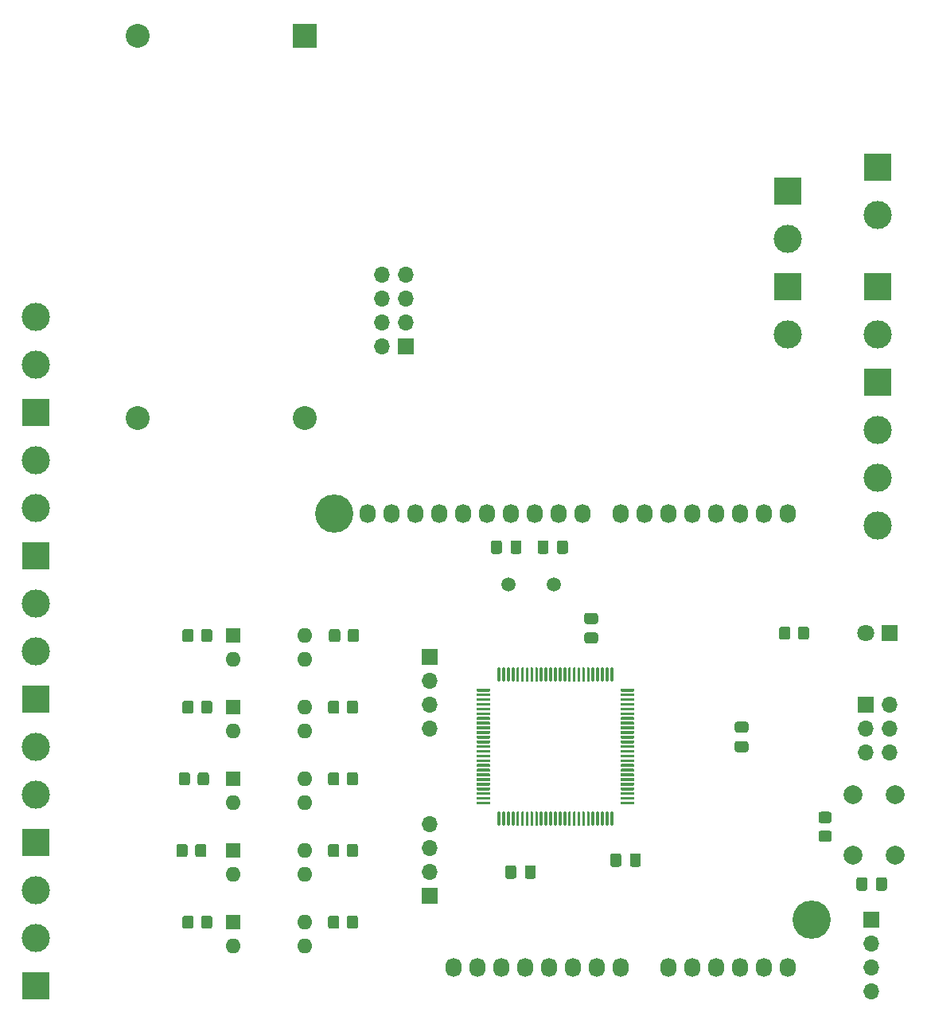
<source format=gbr>
%TF.GenerationSoftware,KiCad,Pcbnew,(5.1.12)-1*%
%TF.CreationDate,2022-07-12T11:00:18-05:00*%
%TF.ProjectId,mpe_v0.3,6d70655f-7630-42e3-932e-6b696361645f,rev?*%
%TF.SameCoordinates,Original*%
%TF.FileFunction,Soldermask,Top*%
%TF.FilePolarity,Negative*%
%FSLAX46Y46*%
G04 Gerber Fmt 4.6, Leading zero omitted, Abs format (unit mm)*
G04 Created by KiCad (PCBNEW (5.1.12)-1) date 2022-07-12 11:00:18*
%MOMM*%
%LPD*%
G01*
G04 APERTURE LIST*
%ADD10R,1.700000X1.700000*%
%ADD11O,1.700000X1.700000*%
%ADD12C,1.500000*%
%ADD13C,2.000000*%
%ADD14C,1.800000*%
%ADD15R,1.800000X1.800000*%
%ADD16R,2.540000X2.540000*%
%ADD17C,2.540000*%
%ADD18C,3.000000*%
%ADD19R,3.000000X3.000000*%
%ADD20O,1.600000X1.600000*%
%ADD21R,1.600000X1.600000*%
%ADD22O,1.727200X2.032000*%
%ADD23C,4.064000*%
G04 APERTURE END LIST*
%TO.C,C2*%
G36*
G01*
X157654500Y-112870000D02*
X157654500Y-111920000D01*
G75*
G02*
X157904500Y-111670000I250000J0D01*
G01*
X158579500Y-111670000D01*
G75*
G02*
X158829500Y-111920000I0J-250000D01*
G01*
X158829500Y-112870000D01*
G75*
G02*
X158579500Y-113120000I-250000J0D01*
G01*
X157904500Y-113120000D01*
G75*
G02*
X157654500Y-112870000I0J250000D01*
G01*
G37*
G36*
G01*
X155579500Y-112870000D02*
X155579500Y-111920000D01*
G75*
G02*
X155829500Y-111670000I250000J0D01*
G01*
X156504500Y-111670000D01*
G75*
G02*
X156754500Y-111920000I0J-250000D01*
G01*
X156754500Y-112870000D01*
G75*
G02*
X156504500Y-113120000I-250000J0D01*
G01*
X155829500Y-113120000D01*
G75*
G02*
X155579500Y-112870000I0J250000D01*
G01*
G37*
%TD*%
D10*
%TO.C,J16*%
X136398000Y-90805000D03*
D11*
X136398000Y-93345000D03*
X136398000Y-95885000D03*
X136398000Y-98425000D03*
%TD*%
%TO.C,J15*%
X136398000Y-108585000D03*
X136398000Y-111125000D03*
X136398000Y-113665000D03*
D10*
X136398000Y-116205000D03*
%TD*%
D12*
%TO.C,Y1*%
X149606000Y-83058000D03*
X144726000Y-83058000D03*
%TD*%
%TO.C,C8*%
G36*
G01*
X149007500Y-78646000D02*
X149007500Y-79596000D01*
G75*
G02*
X148757500Y-79846000I-250000J0D01*
G01*
X148082500Y-79846000D01*
G75*
G02*
X147832500Y-79596000I0J250000D01*
G01*
X147832500Y-78646000D01*
G75*
G02*
X148082500Y-78396000I250000J0D01*
G01*
X148757500Y-78396000D01*
G75*
G02*
X149007500Y-78646000I0J-250000D01*
G01*
G37*
G36*
G01*
X151082500Y-78646000D02*
X151082500Y-79596000D01*
G75*
G02*
X150832500Y-79846000I-250000J0D01*
G01*
X150157500Y-79846000D01*
G75*
G02*
X149907500Y-79596000I0J250000D01*
G01*
X149907500Y-78646000D01*
G75*
G02*
X150157500Y-78396000I250000J0D01*
G01*
X150832500Y-78396000D01*
G75*
G02*
X151082500Y-78646000I0J-250000D01*
G01*
G37*
%TD*%
%TO.C,C7*%
G36*
G01*
X144954500Y-79596000D02*
X144954500Y-78646000D01*
G75*
G02*
X145204500Y-78396000I250000J0D01*
G01*
X145879500Y-78396000D01*
G75*
G02*
X146129500Y-78646000I0J-250000D01*
G01*
X146129500Y-79596000D01*
G75*
G02*
X145879500Y-79846000I-250000J0D01*
G01*
X145204500Y-79846000D01*
G75*
G02*
X144954500Y-79596000I0J250000D01*
G01*
G37*
G36*
G01*
X142879500Y-79596000D02*
X142879500Y-78646000D01*
G75*
G02*
X143129500Y-78396000I250000J0D01*
G01*
X143804500Y-78396000D01*
G75*
G02*
X144054500Y-78646000I0J-250000D01*
G01*
X144054500Y-79596000D01*
G75*
G02*
X143804500Y-79846000I-250000J0D01*
G01*
X143129500Y-79846000D01*
G75*
G02*
X142879500Y-79596000I0J250000D01*
G01*
G37*
%TD*%
D11*
%TO.C,J11*%
X183388000Y-126365000D03*
X183388000Y-123825000D03*
X183388000Y-121285000D03*
D10*
X183388000Y-118745000D03*
%TD*%
%TO.C,C6*%
G36*
G01*
X169070000Y-99742500D02*
X170020000Y-99742500D01*
G75*
G02*
X170270000Y-99992500I0J-250000D01*
G01*
X170270000Y-100667500D01*
G75*
G02*
X170020000Y-100917500I-250000J0D01*
G01*
X169070000Y-100917500D01*
G75*
G02*
X168820000Y-100667500I0J250000D01*
G01*
X168820000Y-99992500D01*
G75*
G02*
X169070000Y-99742500I250000J0D01*
G01*
G37*
G36*
G01*
X169070000Y-97667500D02*
X170020000Y-97667500D01*
G75*
G02*
X170270000Y-97917500I0J-250000D01*
G01*
X170270000Y-98592500D01*
G75*
G02*
X170020000Y-98842500I-250000J0D01*
G01*
X169070000Y-98842500D01*
G75*
G02*
X168820000Y-98592500I0J250000D01*
G01*
X168820000Y-97917500D01*
G75*
G02*
X169070000Y-97667500I250000J0D01*
G01*
G37*
%TD*%
%TO.C,C5*%
G36*
G01*
X145578500Y-113190000D02*
X145578500Y-114140000D01*
G75*
G02*
X145328500Y-114390000I-250000J0D01*
G01*
X144653500Y-114390000D01*
G75*
G02*
X144403500Y-114140000I0J250000D01*
G01*
X144403500Y-113190000D01*
G75*
G02*
X144653500Y-112940000I250000J0D01*
G01*
X145328500Y-112940000D01*
G75*
G02*
X145578500Y-113190000I0J-250000D01*
G01*
G37*
G36*
G01*
X147653500Y-113190000D02*
X147653500Y-114140000D01*
G75*
G02*
X147403500Y-114390000I-250000J0D01*
G01*
X146728500Y-114390000D01*
G75*
G02*
X146478500Y-114140000I0J250000D01*
G01*
X146478500Y-113190000D01*
G75*
G02*
X146728500Y-112940000I250000J0D01*
G01*
X147403500Y-112940000D01*
G75*
G02*
X147653500Y-113190000I0J-250000D01*
G01*
G37*
%TD*%
%TO.C,C4*%
G36*
G01*
X153068000Y-86110500D02*
X154018000Y-86110500D01*
G75*
G02*
X154268000Y-86360500I0J-250000D01*
G01*
X154268000Y-87035500D01*
G75*
G02*
X154018000Y-87285500I-250000J0D01*
G01*
X153068000Y-87285500D01*
G75*
G02*
X152818000Y-87035500I0J250000D01*
G01*
X152818000Y-86360500D01*
G75*
G02*
X153068000Y-86110500I250000J0D01*
G01*
G37*
G36*
G01*
X153068000Y-88185500D02*
X154018000Y-88185500D01*
G75*
G02*
X154268000Y-88435500I0J-250000D01*
G01*
X154268000Y-89110500D01*
G75*
G02*
X154018000Y-89360500I-250000J0D01*
G01*
X153068000Y-89360500D01*
G75*
G02*
X152818000Y-89110500I0J250000D01*
G01*
X152818000Y-88435500D01*
G75*
G02*
X153068000Y-88185500I250000J0D01*
G01*
G37*
%TD*%
D13*
%TO.C,SW1*%
X185928000Y-111910000D03*
X181428000Y-111910000D03*
X185928000Y-105410000D03*
X181428000Y-105410000D03*
%TD*%
%TO.C,R12*%
G36*
G01*
X178885001Y-108455000D02*
X177984999Y-108455000D01*
G75*
G02*
X177735000Y-108205001I0J249999D01*
G01*
X177735000Y-107504999D01*
G75*
G02*
X177984999Y-107255000I249999J0D01*
G01*
X178885001Y-107255000D01*
G75*
G02*
X179135000Y-107504999I0J-249999D01*
G01*
X179135000Y-108205001D01*
G75*
G02*
X178885001Y-108455000I-249999J0D01*
G01*
G37*
G36*
G01*
X178885001Y-110455000D02*
X177984999Y-110455000D01*
G75*
G02*
X177735000Y-110205001I0J249999D01*
G01*
X177735000Y-109504999D01*
G75*
G02*
X177984999Y-109255000I249999J0D01*
G01*
X178885001Y-109255000D01*
G75*
G02*
X179135000Y-109504999I0J-249999D01*
G01*
X179135000Y-110205001D01*
G75*
G02*
X178885001Y-110455000I-249999J0D01*
G01*
G37*
%TD*%
%TO.C,C1*%
G36*
G01*
X183838000Y-115410000D02*
X183838000Y-114460000D01*
G75*
G02*
X184088000Y-114210000I250000J0D01*
G01*
X184763000Y-114210000D01*
G75*
G02*
X185013000Y-114460000I0J-250000D01*
G01*
X185013000Y-115410000D01*
G75*
G02*
X184763000Y-115660000I-250000J0D01*
G01*
X184088000Y-115660000D01*
G75*
G02*
X183838000Y-115410000I0J250000D01*
G01*
G37*
G36*
G01*
X181763000Y-115410000D02*
X181763000Y-114460000D01*
G75*
G02*
X182013000Y-114210000I250000J0D01*
G01*
X182688000Y-114210000D01*
G75*
G02*
X182938000Y-114460000I0J-250000D01*
G01*
X182938000Y-115410000D01*
G75*
G02*
X182688000Y-115660000I-250000J0D01*
G01*
X182013000Y-115660000D01*
G75*
G02*
X181763000Y-115410000I0J250000D01*
G01*
G37*
%TD*%
%TO.C,R11*%
G36*
G01*
X174733000Y-87814999D02*
X174733000Y-88715001D01*
G75*
G02*
X174483001Y-88965000I-249999J0D01*
G01*
X173782999Y-88965000D01*
G75*
G02*
X173533000Y-88715001I0J249999D01*
G01*
X173533000Y-87814999D01*
G75*
G02*
X173782999Y-87565000I249999J0D01*
G01*
X174483001Y-87565000D01*
G75*
G02*
X174733000Y-87814999I0J-249999D01*
G01*
G37*
G36*
G01*
X176733000Y-87814999D02*
X176733000Y-88715001D01*
G75*
G02*
X176483001Y-88965000I-249999J0D01*
G01*
X175782999Y-88965000D01*
G75*
G02*
X175533000Y-88715001I0J249999D01*
G01*
X175533000Y-87814999D01*
G75*
G02*
X175782999Y-87565000I249999J0D01*
G01*
X176483001Y-87565000D01*
G75*
G02*
X176733000Y-87814999I0J-249999D01*
G01*
G37*
%TD*%
D14*
%TO.C,D1*%
X182753000Y-88265000D03*
D15*
X185293000Y-88265000D03*
%TD*%
%TO.C,U1*%
G36*
G01*
X155883000Y-107330000D02*
X155883000Y-108655000D01*
G75*
G02*
X155808000Y-108730000I-75000J0D01*
G01*
X155658000Y-108730000D01*
G75*
G02*
X155583000Y-108655000I0J75000D01*
G01*
X155583000Y-107330000D01*
G75*
G02*
X155658000Y-107255000I75000J0D01*
G01*
X155808000Y-107255000D01*
G75*
G02*
X155883000Y-107330000I0J-75000D01*
G01*
G37*
G36*
G01*
X155383000Y-107330000D02*
X155383000Y-108655000D01*
G75*
G02*
X155308000Y-108730000I-75000J0D01*
G01*
X155158000Y-108730000D01*
G75*
G02*
X155083000Y-108655000I0J75000D01*
G01*
X155083000Y-107330000D01*
G75*
G02*
X155158000Y-107255000I75000J0D01*
G01*
X155308000Y-107255000D01*
G75*
G02*
X155383000Y-107330000I0J-75000D01*
G01*
G37*
G36*
G01*
X154883000Y-107330000D02*
X154883000Y-108655000D01*
G75*
G02*
X154808000Y-108730000I-75000J0D01*
G01*
X154658000Y-108730000D01*
G75*
G02*
X154583000Y-108655000I0J75000D01*
G01*
X154583000Y-107330000D01*
G75*
G02*
X154658000Y-107255000I75000J0D01*
G01*
X154808000Y-107255000D01*
G75*
G02*
X154883000Y-107330000I0J-75000D01*
G01*
G37*
G36*
G01*
X154383000Y-107330000D02*
X154383000Y-108655000D01*
G75*
G02*
X154308000Y-108730000I-75000J0D01*
G01*
X154158000Y-108730000D01*
G75*
G02*
X154083000Y-108655000I0J75000D01*
G01*
X154083000Y-107330000D01*
G75*
G02*
X154158000Y-107255000I75000J0D01*
G01*
X154308000Y-107255000D01*
G75*
G02*
X154383000Y-107330000I0J-75000D01*
G01*
G37*
G36*
G01*
X153883000Y-107330000D02*
X153883000Y-108655000D01*
G75*
G02*
X153808000Y-108730000I-75000J0D01*
G01*
X153658000Y-108730000D01*
G75*
G02*
X153583000Y-108655000I0J75000D01*
G01*
X153583000Y-107330000D01*
G75*
G02*
X153658000Y-107255000I75000J0D01*
G01*
X153808000Y-107255000D01*
G75*
G02*
X153883000Y-107330000I0J-75000D01*
G01*
G37*
G36*
G01*
X153383000Y-107330000D02*
X153383000Y-108655000D01*
G75*
G02*
X153308000Y-108730000I-75000J0D01*
G01*
X153158000Y-108730000D01*
G75*
G02*
X153083000Y-108655000I0J75000D01*
G01*
X153083000Y-107330000D01*
G75*
G02*
X153158000Y-107255000I75000J0D01*
G01*
X153308000Y-107255000D01*
G75*
G02*
X153383000Y-107330000I0J-75000D01*
G01*
G37*
G36*
G01*
X152883000Y-107330000D02*
X152883000Y-108655000D01*
G75*
G02*
X152808000Y-108730000I-75000J0D01*
G01*
X152658000Y-108730000D01*
G75*
G02*
X152583000Y-108655000I0J75000D01*
G01*
X152583000Y-107330000D01*
G75*
G02*
X152658000Y-107255000I75000J0D01*
G01*
X152808000Y-107255000D01*
G75*
G02*
X152883000Y-107330000I0J-75000D01*
G01*
G37*
G36*
G01*
X152383000Y-107330000D02*
X152383000Y-108655000D01*
G75*
G02*
X152308000Y-108730000I-75000J0D01*
G01*
X152158000Y-108730000D01*
G75*
G02*
X152083000Y-108655000I0J75000D01*
G01*
X152083000Y-107330000D01*
G75*
G02*
X152158000Y-107255000I75000J0D01*
G01*
X152308000Y-107255000D01*
G75*
G02*
X152383000Y-107330000I0J-75000D01*
G01*
G37*
G36*
G01*
X151883000Y-107330000D02*
X151883000Y-108655000D01*
G75*
G02*
X151808000Y-108730000I-75000J0D01*
G01*
X151658000Y-108730000D01*
G75*
G02*
X151583000Y-108655000I0J75000D01*
G01*
X151583000Y-107330000D01*
G75*
G02*
X151658000Y-107255000I75000J0D01*
G01*
X151808000Y-107255000D01*
G75*
G02*
X151883000Y-107330000I0J-75000D01*
G01*
G37*
G36*
G01*
X151383000Y-107330000D02*
X151383000Y-108655000D01*
G75*
G02*
X151308000Y-108730000I-75000J0D01*
G01*
X151158000Y-108730000D01*
G75*
G02*
X151083000Y-108655000I0J75000D01*
G01*
X151083000Y-107330000D01*
G75*
G02*
X151158000Y-107255000I75000J0D01*
G01*
X151308000Y-107255000D01*
G75*
G02*
X151383000Y-107330000I0J-75000D01*
G01*
G37*
G36*
G01*
X150883000Y-107330000D02*
X150883000Y-108655000D01*
G75*
G02*
X150808000Y-108730000I-75000J0D01*
G01*
X150658000Y-108730000D01*
G75*
G02*
X150583000Y-108655000I0J75000D01*
G01*
X150583000Y-107330000D01*
G75*
G02*
X150658000Y-107255000I75000J0D01*
G01*
X150808000Y-107255000D01*
G75*
G02*
X150883000Y-107330000I0J-75000D01*
G01*
G37*
G36*
G01*
X150383000Y-107330000D02*
X150383000Y-108655000D01*
G75*
G02*
X150308000Y-108730000I-75000J0D01*
G01*
X150158000Y-108730000D01*
G75*
G02*
X150083000Y-108655000I0J75000D01*
G01*
X150083000Y-107330000D01*
G75*
G02*
X150158000Y-107255000I75000J0D01*
G01*
X150308000Y-107255000D01*
G75*
G02*
X150383000Y-107330000I0J-75000D01*
G01*
G37*
G36*
G01*
X149883000Y-107330000D02*
X149883000Y-108655000D01*
G75*
G02*
X149808000Y-108730000I-75000J0D01*
G01*
X149658000Y-108730000D01*
G75*
G02*
X149583000Y-108655000I0J75000D01*
G01*
X149583000Y-107330000D01*
G75*
G02*
X149658000Y-107255000I75000J0D01*
G01*
X149808000Y-107255000D01*
G75*
G02*
X149883000Y-107330000I0J-75000D01*
G01*
G37*
G36*
G01*
X149383000Y-107330000D02*
X149383000Y-108655000D01*
G75*
G02*
X149308000Y-108730000I-75000J0D01*
G01*
X149158000Y-108730000D01*
G75*
G02*
X149083000Y-108655000I0J75000D01*
G01*
X149083000Y-107330000D01*
G75*
G02*
X149158000Y-107255000I75000J0D01*
G01*
X149308000Y-107255000D01*
G75*
G02*
X149383000Y-107330000I0J-75000D01*
G01*
G37*
G36*
G01*
X148883000Y-107330000D02*
X148883000Y-108655000D01*
G75*
G02*
X148808000Y-108730000I-75000J0D01*
G01*
X148658000Y-108730000D01*
G75*
G02*
X148583000Y-108655000I0J75000D01*
G01*
X148583000Y-107330000D01*
G75*
G02*
X148658000Y-107255000I75000J0D01*
G01*
X148808000Y-107255000D01*
G75*
G02*
X148883000Y-107330000I0J-75000D01*
G01*
G37*
G36*
G01*
X148383000Y-107330000D02*
X148383000Y-108655000D01*
G75*
G02*
X148308000Y-108730000I-75000J0D01*
G01*
X148158000Y-108730000D01*
G75*
G02*
X148083000Y-108655000I0J75000D01*
G01*
X148083000Y-107330000D01*
G75*
G02*
X148158000Y-107255000I75000J0D01*
G01*
X148308000Y-107255000D01*
G75*
G02*
X148383000Y-107330000I0J-75000D01*
G01*
G37*
G36*
G01*
X147883000Y-107330000D02*
X147883000Y-108655000D01*
G75*
G02*
X147808000Y-108730000I-75000J0D01*
G01*
X147658000Y-108730000D01*
G75*
G02*
X147583000Y-108655000I0J75000D01*
G01*
X147583000Y-107330000D01*
G75*
G02*
X147658000Y-107255000I75000J0D01*
G01*
X147808000Y-107255000D01*
G75*
G02*
X147883000Y-107330000I0J-75000D01*
G01*
G37*
G36*
G01*
X147383000Y-107330000D02*
X147383000Y-108655000D01*
G75*
G02*
X147308000Y-108730000I-75000J0D01*
G01*
X147158000Y-108730000D01*
G75*
G02*
X147083000Y-108655000I0J75000D01*
G01*
X147083000Y-107330000D01*
G75*
G02*
X147158000Y-107255000I75000J0D01*
G01*
X147308000Y-107255000D01*
G75*
G02*
X147383000Y-107330000I0J-75000D01*
G01*
G37*
G36*
G01*
X146883000Y-107330000D02*
X146883000Y-108655000D01*
G75*
G02*
X146808000Y-108730000I-75000J0D01*
G01*
X146658000Y-108730000D01*
G75*
G02*
X146583000Y-108655000I0J75000D01*
G01*
X146583000Y-107330000D01*
G75*
G02*
X146658000Y-107255000I75000J0D01*
G01*
X146808000Y-107255000D01*
G75*
G02*
X146883000Y-107330000I0J-75000D01*
G01*
G37*
G36*
G01*
X146383000Y-107330000D02*
X146383000Y-108655000D01*
G75*
G02*
X146308000Y-108730000I-75000J0D01*
G01*
X146158000Y-108730000D01*
G75*
G02*
X146083000Y-108655000I0J75000D01*
G01*
X146083000Y-107330000D01*
G75*
G02*
X146158000Y-107255000I75000J0D01*
G01*
X146308000Y-107255000D01*
G75*
G02*
X146383000Y-107330000I0J-75000D01*
G01*
G37*
G36*
G01*
X145883000Y-107330000D02*
X145883000Y-108655000D01*
G75*
G02*
X145808000Y-108730000I-75000J0D01*
G01*
X145658000Y-108730000D01*
G75*
G02*
X145583000Y-108655000I0J75000D01*
G01*
X145583000Y-107330000D01*
G75*
G02*
X145658000Y-107255000I75000J0D01*
G01*
X145808000Y-107255000D01*
G75*
G02*
X145883000Y-107330000I0J-75000D01*
G01*
G37*
G36*
G01*
X145383000Y-107330000D02*
X145383000Y-108655000D01*
G75*
G02*
X145308000Y-108730000I-75000J0D01*
G01*
X145158000Y-108730000D01*
G75*
G02*
X145083000Y-108655000I0J75000D01*
G01*
X145083000Y-107330000D01*
G75*
G02*
X145158000Y-107255000I75000J0D01*
G01*
X145308000Y-107255000D01*
G75*
G02*
X145383000Y-107330000I0J-75000D01*
G01*
G37*
G36*
G01*
X144883000Y-107330000D02*
X144883000Y-108655000D01*
G75*
G02*
X144808000Y-108730000I-75000J0D01*
G01*
X144658000Y-108730000D01*
G75*
G02*
X144583000Y-108655000I0J75000D01*
G01*
X144583000Y-107330000D01*
G75*
G02*
X144658000Y-107255000I75000J0D01*
G01*
X144808000Y-107255000D01*
G75*
G02*
X144883000Y-107330000I0J-75000D01*
G01*
G37*
G36*
G01*
X144383000Y-107330000D02*
X144383000Y-108655000D01*
G75*
G02*
X144308000Y-108730000I-75000J0D01*
G01*
X144158000Y-108730000D01*
G75*
G02*
X144083000Y-108655000I0J75000D01*
G01*
X144083000Y-107330000D01*
G75*
G02*
X144158000Y-107255000I75000J0D01*
G01*
X144308000Y-107255000D01*
G75*
G02*
X144383000Y-107330000I0J-75000D01*
G01*
G37*
G36*
G01*
X143883000Y-107330000D02*
X143883000Y-108655000D01*
G75*
G02*
X143808000Y-108730000I-75000J0D01*
G01*
X143658000Y-108730000D01*
G75*
G02*
X143583000Y-108655000I0J75000D01*
G01*
X143583000Y-107330000D01*
G75*
G02*
X143658000Y-107255000I75000J0D01*
G01*
X143808000Y-107255000D01*
G75*
G02*
X143883000Y-107330000I0J-75000D01*
G01*
G37*
G36*
G01*
X142808000Y-106255000D02*
X142808000Y-106405000D01*
G75*
G02*
X142733000Y-106480000I-75000J0D01*
G01*
X141408000Y-106480000D01*
G75*
G02*
X141333000Y-106405000I0J75000D01*
G01*
X141333000Y-106255000D01*
G75*
G02*
X141408000Y-106180000I75000J0D01*
G01*
X142733000Y-106180000D01*
G75*
G02*
X142808000Y-106255000I0J-75000D01*
G01*
G37*
G36*
G01*
X142808000Y-105755000D02*
X142808000Y-105905000D01*
G75*
G02*
X142733000Y-105980000I-75000J0D01*
G01*
X141408000Y-105980000D01*
G75*
G02*
X141333000Y-105905000I0J75000D01*
G01*
X141333000Y-105755000D01*
G75*
G02*
X141408000Y-105680000I75000J0D01*
G01*
X142733000Y-105680000D01*
G75*
G02*
X142808000Y-105755000I0J-75000D01*
G01*
G37*
G36*
G01*
X142808000Y-105255000D02*
X142808000Y-105405000D01*
G75*
G02*
X142733000Y-105480000I-75000J0D01*
G01*
X141408000Y-105480000D01*
G75*
G02*
X141333000Y-105405000I0J75000D01*
G01*
X141333000Y-105255000D01*
G75*
G02*
X141408000Y-105180000I75000J0D01*
G01*
X142733000Y-105180000D01*
G75*
G02*
X142808000Y-105255000I0J-75000D01*
G01*
G37*
G36*
G01*
X142808000Y-104755000D02*
X142808000Y-104905000D01*
G75*
G02*
X142733000Y-104980000I-75000J0D01*
G01*
X141408000Y-104980000D01*
G75*
G02*
X141333000Y-104905000I0J75000D01*
G01*
X141333000Y-104755000D01*
G75*
G02*
X141408000Y-104680000I75000J0D01*
G01*
X142733000Y-104680000D01*
G75*
G02*
X142808000Y-104755000I0J-75000D01*
G01*
G37*
G36*
G01*
X142808000Y-104255000D02*
X142808000Y-104405000D01*
G75*
G02*
X142733000Y-104480000I-75000J0D01*
G01*
X141408000Y-104480000D01*
G75*
G02*
X141333000Y-104405000I0J75000D01*
G01*
X141333000Y-104255000D01*
G75*
G02*
X141408000Y-104180000I75000J0D01*
G01*
X142733000Y-104180000D01*
G75*
G02*
X142808000Y-104255000I0J-75000D01*
G01*
G37*
G36*
G01*
X142808000Y-103755000D02*
X142808000Y-103905000D01*
G75*
G02*
X142733000Y-103980000I-75000J0D01*
G01*
X141408000Y-103980000D01*
G75*
G02*
X141333000Y-103905000I0J75000D01*
G01*
X141333000Y-103755000D01*
G75*
G02*
X141408000Y-103680000I75000J0D01*
G01*
X142733000Y-103680000D01*
G75*
G02*
X142808000Y-103755000I0J-75000D01*
G01*
G37*
G36*
G01*
X142808000Y-103255000D02*
X142808000Y-103405000D01*
G75*
G02*
X142733000Y-103480000I-75000J0D01*
G01*
X141408000Y-103480000D01*
G75*
G02*
X141333000Y-103405000I0J75000D01*
G01*
X141333000Y-103255000D01*
G75*
G02*
X141408000Y-103180000I75000J0D01*
G01*
X142733000Y-103180000D01*
G75*
G02*
X142808000Y-103255000I0J-75000D01*
G01*
G37*
G36*
G01*
X142808000Y-102755000D02*
X142808000Y-102905000D01*
G75*
G02*
X142733000Y-102980000I-75000J0D01*
G01*
X141408000Y-102980000D01*
G75*
G02*
X141333000Y-102905000I0J75000D01*
G01*
X141333000Y-102755000D01*
G75*
G02*
X141408000Y-102680000I75000J0D01*
G01*
X142733000Y-102680000D01*
G75*
G02*
X142808000Y-102755000I0J-75000D01*
G01*
G37*
G36*
G01*
X142808000Y-102255000D02*
X142808000Y-102405000D01*
G75*
G02*
X142733000Y-102480000I-75000J0D01*
G01*
X141408000Y-102480000D01*
G75*
G02*
X141333000Y-102405000I0J75000D01*
G01*
X141333000Y-102255000D01*
G75*
G02*
X141408000Y-102180000I75000J0D01*
G01*
X142733000Y-102180000D01*
G75*
G02*
X142808000Y-102255000I0J-75000D01*
G01*
G37*
G36*
G01*
X142808000Y-101755000D02*
X142808000Y-101905000D01*
G75*
G02*
X142733000Y-101980000I-75000J0D01*
G01*
X141408000Y-101980000D01*
G75*
G02*
X141333000Y-101905000I0J75000D01*
G01*
X141333000Y-101755000D01*
G75*
G02*
X141408000Y-101680000I75000J0D01*
G01*
X142733000Y-101680000D01*
G75*
G02*
X142808000Y-101755000I0J-75000D01*
G01*
G37*
G36*
G01*
X142808000Y-101255000D02*
X142808000Y-101405000D01*
G75*
G02*
X142733000Y-101480000I-75000J0D01*
G01*
X141408000Y-101480000D01*
G75*
G02*
X141333000Y-101405000I0J75000D01*
G01*
X141333000Y-101255000D01*
G75*
G02*
X141408000Y-101180000I75000J0D01*
G01*
X142733000Y-101180000D01*
G75*
G02*
X142808000Y-101255000I0J-75000D01*
G01*
G37*
G36*
G01*
X142808000Y-100755000D02*
X142808000Y-100905000D01*
G75*
G02*
X142733000Y-100980000I-75000J0D01*
G01*
X141408000Y-100980000D01*
G75*
G02*
X141333000Y-100905000I0J75000D01*
G01*
X141333000Y-100755000D01*
G75*
G02*
X141408000Y-100680000I75000J0D01*
G01*
X142733000Y-100680000D01*
G75*
G02*
X142808000Y-100755000I0J-75000D01*
G01*
G37*
G36*
G01*
X142808000Y-100255000D02*
X142808000Y-100405000D01*
G75*
G02*
X142733000Y-100480000I-75000J0D01*
G01*
X141408000Y-100480000D01*
G75*
G02*
X141333000Y-100405000I0J75000D01*
G01*
X141333000Y-100255000D01*
G75*
G02*
X141408000Y-100180000I75000J0D01*
G01*
X142733000Y-100180000D01*
G75*
G02*
X142808000Y-100255000I0J-75000D01*
G01*
G37*
G36*
G01*
X142808000Y-99755000D02*
X142808000Y-99905000D01*
G75*
G02*
X142733000Y-99980000I-75000J0D01*
G01*
X141408000Y-99980000D01*
G75*
G02*
X141333000Y-99905000I0J75000D01*
G01*
X141333000Y-99755000D01*
G75*
G02*
X141408000Y-99680000I75000J0D01*
G01*
X142733000Y-99680000D01*
G75*
G02*
X142808000Y-99755000I0J-75000D01*
G01*
G37*
G36*
G01*
X142808000Y-99255000D02*
X142808000Y-99405000D01*
G75*
G02*
X142733000Y-99480000I-75000J0D01*
G01*
X141408000Y-99480000D01*
G75*
G02*
X141333000Y-99405000I0J75000D01*
G01*
X141333000Y-99255000D01*
G75*
G02*
X141408000Y-99180000I75000J0D01*
G01*
X142733000Y-99180000D01*
G75*
G02*
X142808000Y-99255000I0J-75000D01*
G01*
G37*
G36*
G01*
X142808000Y-98755000D02*
X142808000Y-98905000D01*
G75*
G02*
X142733000Y-98980000I-75000J0D01*
G01*
X141408000Y-98980000D01*
G75*
G02*
X141333000Y-98905000I0J75000D01*
G01*
X141333000Y-98755000D01*
G75*
G02*
X141408000Y-98680000I75000J0D01*
G01*
X142733000Y-98680000D01*
G75*
G02*
X142808000Y-98755000I0J-75000D01*
G01*
G37*
G36*
G01*
X142808000Y-98255000D02*
X142808000Y-98405000D01*
G75*
G02*
X142733000Y-98480000I-75000J0D01*
G01*
X141408000Y-98480000D01*
G75*
G02*
X141333000Y-98405000I0J75000D01*
G01*
X141333000Y-98255000D01*
G75*
G02*
X141408000Y-98180000I75000J0D01*
G01*
X142733000Y-98180000D01*
G75*
G02*
X142808000Y-98255000I0J-75000D01*
G01*
G37*
G36*
G01*
X142808000Y-97755000D02*
X142808000Y-97905000D01*
G75*
G02*
X142733000Y-97980000I-75000J0D01*
G01*
X141408000Y-97980000D01*
G75*
G02*
X141333000Y-97905000I0J75000D01*
G01*
X141333000Y-97755000D01*
G75*
G02*
X141408000Y-97680000I75000J0D01*
G01*
X142733000Y-97680000D01*
G75*
G02*
X142808000Y-97755000I0J-75000D01*
G01*
G37*
G36*
G01*
X142808000Y-97255000D02*
X142808000Y-97405000D01*
G75*
G02*
X142733000Y-97480000I-75000J0D01*
G01*
X141408000Y-97480000D01*
G75*
G02*
X141333000Y-97405000I0J75000D01*
G01*
X141333000Y-97255000D01*
G75*
G02*
X141408000Y-97180000I75000J0D01*
G01*
X142733000Y-97180000D01*
G75*
G02*
X142808000Y-97255000I0J-75000D01*
G01*
G37*
G36*
G01*
X142808000Y-96755000D02*
X142808000Y-96905000D01*
G75*
G02*
X142733000Y-96980000I-75000J0D01*
G01*
X141408000Y-96980000D01*
G75*
G02*
X141333000Y-96905000I0J75000D01*
G01*
X141333000Y-96755000D01*
G75*
G02*
X141408000Y-96680000I75000J0D01*
G01*
X142733000Y-96680000D01*
G75*
G02*
X142808000Y-96755000I0J-75000D01*
G01*
G37*
G36*
G01*
X142808000Y-96255000D02*
X142808000Y-96405000D01*
G75*
G02*
X142733000Y-96480000I-75000J0D01*
G01*
X141408000Y-96480000D01*
G75*
G02*
X141333000Y-96405000I0J75000D01*
G01*
X141333000Y-96255000D01*
G75*
G02*
X141408000Y-96180000I75000J0D01*
G01*
X142733000Y-96180000D01*
G75*
G02*
X142808000Y-96255000I0J-75000D01*
G01*
G37*
G36*
G01*
X142808000Y-95755000D02*
X142808000Y-95905000D01*
G75*
G02*
X142733000Y-95980000I-75000J0D01*
G01*
X141408000Y-95980000D01*
G75*
G02*
X141333000Y-95905000I0J75000D01*
G01*
X141333000Y-95755000D01*
G75*
G02*
X141408000Y-95680000I75000J0D01*
G01*
X142733000Y-95680000D01*
G75*
G02*
X142808000Y-95755000I0J-75000D01*
G01*
G37*
G36*
G01*
X142808000Y-95255000D02*
X142808000Y-95405000D01*
G75*
G02*
X142733000Y-95480000I-75000J0D01*
G01*
X141408000Y-95480000D01*
G75*
G02*
X141333000Y-95405000I0J75000D01*
G01*
X141333000Y-95255000D01*
G75*
G02*
X141408000Y-95180000I75000J0D01*
G01*
X142733000Y-95180000D01*
G75*
G02*
X142808000Y-95255000I0J-75000D01*
G01*
G37*
G36*
G01*
X142808000Y-94755000D02*
X142808000Y-94905000D01*
G75*
G02*
X142733000Y-94980000I-75000J0D01*
G01*
X141408000Y-94980000D01*
G75*
G02*
X141333000Y-94905000I0J75000D01*
G01*
X141333000Y-94755000D01*
G75*
G02*
X141408000Y-94680000I75000J0D01*
G01*
X142733000Y-94680000D01*
G75*
G02*
X142808000Y-94755000I0J-75000D01*
G01*
G37*
G36*
G01*
X142808000Y-94255000D02*
X142808000Y-94405000D01*
G75*
G02*
X142733000Y-94480000I-75000J0D01*
G01*
X141408000Y-94480000D01*
G75*
G02*
X141333000Y-94405000I0J75000D01*
G01*
X141333000Y-94255000D01*
G75*
G02*
X141408000Y-94180000I75000J0D01*
G01*
X142733000Y-94180000D01*
G75*
G02*
X142808000Y-94255000I0J-75000D01*
G01*
G37*
G36*
G01*
X143883000Y-92005000D02*
X143883000Y-93330000D01*
G75*
G02*
X143808000Y-93405000I-75000J0D01*
G01*
X143658000Y-93405000D01*
G75*
G02*
X143583000Y-93330000I0J75000D01*
G01*
X143583000Y-92005000D01*
G75*
G02*
X143658000Y-91930000I75000J0D01*
G01*
X143808000Y-91930000D01*
G75*
G02*
X143883000Y-92005000I0J-75000D01*
G01*
G37*
G36*
G01*
X144383000Y-92005000D02*
X144383000Y-93330000D01*
G75*
G02*
X144308000Y-93405000I-75000J0D01*
G01*
X144158000Y-93405000D01*
G75*
G02*
X144083000Y-93330000I0J75000D01*
G01*
X144083000Y-92005000D01*
G75*
G02*
X144158000Y-91930000I75000J0D01*
G01*
X144308000Y-91930000D01*
G75*
G02*
X144383000Y-92005000I0J-75000D01*
G01*
G37*
G36*
G01*
X144883000Y-92005000D02*
X144883000Y-93330000D01*
G75*
G02*
X144808000Y-93405000I-75000J0D01*
G01*
X144658000Y-93405000D01*
G75*
G02*
X144583000Y-93330000I0J75000D01*
G01*
X144583000Y-92005000D01*
G75*
G02*
X144658000Y-91930000I75000J0D01*
G01*
X144808000Y-91930000D01*
G75*
G02*
X144883000Y-92005000I0J-75000D01*
G01*
G37*
G36*
G01*
X145383000Y-92005000D02*
X145383000Y-93330000D01*
G75*
G02*
X145308000Y-93405000I-75000J0D01*
G01*
X145158000Y-93405000D01*
G75*
G02*
X145083000Y-93330000I0J75000D01*
G01*
X145083000Y-92005000D01*
G75*
G02*
X145158000Y-91930000I75000J0D01*
G01*
X145308000Y-91930000D01*
G75*
G02*
X145383000Y-92005000I0J-75000D01*
G01*
G37*
G36*
G01*
X145883000Y-92005000D02*
X145883000Y-93330000D01*
G75*
G02*
X145808000Y-93405000I-75000J0D01*
G01*
X145658000Y-93405000D01*
G75*
G02*
X145583000Y-93330000I0J75000D01*
G01*
X145583000Y-92005000D01*
G75*
G02*
X145658000Y-91930000I75000J0D01*
G01*
X145808000Y-91930000D01*
G75*
G02*
X145883000Y-92005000I0J-75000D01*
G01*
G37*
G36*
G01*
X146383000Y-92005000D02*
X146383000Y-93330000D01*
G75*
G02*
X146308000Y-93405000I-75000J0D01*
G01*
X146158000Y-93405000D01*
G75*
G02*
X146083000Y-93330000I0J75000D01*
G01*
X146083000Y-92005000D01*
G75*
G02*
X146158000Y-91930000I75000J0D01*
G01*
X146308000Y-91930000D01*
G75*
G02*
X146383000Y-92005000I0J-75000D01*
G01*
G37*
G36*
G01*
X146883000Y-92005000D02*
X146883000Y-93330000D01*
G75*
G02*
X146808000Y-93405000I-75000J0D01*
G01*
X146658000Y-93405000D01*
G75*
G02*
X146583000Y-93330000I0J75000D01*
G01*
X146583000Y-92005000D01*
G75*
G02*
X146658000Y-91930000I75000J0D01*
G01*
X146808000Y-91930000D01*
G75*
G02*
X146883000Y-92005000I0J-75000D01*
G01*
G37*
G36*
G01*
X147383000Y-92005000D02*
X147383000Y-93330000D01*
G75*
G02*
X147308000Y-93405000I-75000J0D01*
G01*
X147158000Y-93405000D01*
G75*
G02*
X147083000Y-93330000I0J75000D01*
G01*
X147083000Y-92005000D01*
G75*
G02*
X147158000Y-91930000I75000J0D01*
G01*
X147308000Y-91930000D01*
G75*
G02*
X147383000Y-92005000I0J-75000D01*
G01*
G37*
G36*
G01*
X147883000Y-92005000D02*
X147883000Y-93330000D01*
G75*
G02*
X147808000Y-93405000I-75000J0D01*
G01*
X147658000Y-93405000D01*
G75*
G02*
X147583000Y-93330000I0J75000D01*
G01*
X147583000Y-92005000D01*
G75*
G02*
X147658000Y-91930000I75000J0D01*
G01*
X147808000Y-91930000D01*
G75*
G02*
X147883000Y-92005000I0J-75000D01*
G01*
G37*
G36*
G01*
X148383000Y-92005000D02*
X148383000Y-93330000D01*
G75*
G02*
X148308000Y-93405000I-75000J0D01*
G01*
X148158000Y-93405000D01*
G75*
G02*
X148083000Y-93330000I0J75000D01*
G01*
X148083000Y-92005000D01*
G75*
G02*
X148158000Y-91930000I75000J0D01*
G01*
X148308000Y-91930000D01*
G75*
G02*
X148383000Y-92005000I0J-75000D01*
G01*
G37*
G36*
G01*
X148883000Y-92005000D02*
X148883000Y-93330000D01*
G75*
G02*
X148808000Y-93405000I-75000J0D01*
G01*
X148658000Y-93405000D01*
G75*
G02*
X148583000Y-93330000I0J75000D01*
G01*
X148583000Y-92005000D01*
G75*
G02*
X148658000Y-91930000I75000J0D01*
G01*
X148808000Y-91930000D01*
G75*
G02*
X148883000Y-92005000I0J-75000D01*
G01*
G37*
G36*
G01*
X149383000Y-92005000D02*
X149383000Y-93330000D01*
G75*
G02*
X149308000Y-93405000I-75000J0D01*
G01*
X149158000Y-93405000D01*
G75*
G02*
X149083000Y-93330000I0J75000D01*
G01*
X149083000Y-92005000D01*
G75*
G02*
X149158000Y-91930000I75000J0D01*
G01*
X149308000Y-91930000D01*
G75*
G02*
X149383000Y-92005000I0J-75000D01*
G01*
G37*
G36*
G01*
X149883000Y-92005000D02*
X149883000Y-93330000D01*
G75*
G02*
X149808000Y-93405000I-75000J0D01*
G01*
X149658000Y-93405000D01*
G75*
G02*
X149583000Y-93330000I0J75000D01*
G01*
X149583000Y-92005000D01*
G75*
G02*
X149658000Y-91930000I75000J0D01*
G01*
X149808000Y-91930000D01*
G75*
G02*
X149883000Y-92005000I0J-75000D01*
G01*
G37*
G36*
G01*
X150383000Y-92005000D02*
X150383000Y-93330000D01*
G75*
G02*
X150308000Y-93405000I-75000J0D01*
G01*
X150158000Y-93405000D01*
G75*
G02*
X150083000Y-93330000I0J75000D01*
G01*
X150083000Y-92005000D01*
G75*
G02*
X150158000Y-91930000I75000J0D01*
G01*
X150308000Y-91930000D01*
G75*
G02*
X150383000Y-92005000I0J-75000D01*
G01*
G37*
G36*
G01*
X150883000Y-92005000D02*
X150883000Y-93330000D01*
G75*
G02*
X150808000Y-93405000I-75000J0D01*
G01*
X150658000Y-93405000D01*
G75*
G02*
X150583000Y-93330000I0J75000D01*
G01*
X150583000Y-92005000D01*
G75*
G02*
X150658000Y-91930000I75000J0D01*
G01*
X150808000Y-91930000D01*
G75*
G02*
X150883000Y-92005000I0J-75000D01*
G01*
G37*
G36*
G01*
X151383000Y-92005000D02*
X151383000Y-93330000D01*
G75*
G02*
X151308000Y-93405000I-75000J0D01*
G01*
X151158000Y-93405000D01*
G75*
G02*
X151083000Y-93330000I0J75000D01*
G01*
X151083000Y-92005000D01*
G75*
G02*
X151158000Y-91930000I75000J0D01*
G01*
X151308000Y-91930000D01*
G75*
G02*
X151383000Y-92005000I0J-75000D01*
G01*
G37*
G36*
G01*
X151883000Y-92005000D02*
X151883000Y-93330000D01*
G75*
G02*
X151808000Y-93405000I-75000J0D01*
G01*
X151658000Y-93405000D01*
G75*
G02*
X151583000Y-93330000I0J75000D01*
G01*
X151583000Y-92005000D01*
G75*
G02*
X151658000Y-91930000I75000J0D01*
G01*
X151808000Y-91930000D01*
G75*
G02*
X151883000Y-92005000I0J-75000D01*
G01*
G37*
G36*
G01*
X152383000Y-92005000D02*
X152383000Y-93330000D01*
G75*
G02*
X152308000Y-93405000I-75000J0D01*
G01*
X152158000Y-93405000D01*
G75*
G02*
X152083000Y-93330000I0J75000D01*
G01*
X152083000Y-92005000D01*
G75*
G02*
X152158000Y-91930000I75000J0D01*
G01*
X152308000Y-91930000D01*
G75*
G02*
X152383000Y-92005000I0J-75000D01*
G01*
G37*
G36*
G01*
X152883000Y-92005000D02*
X152883000Y-93330000D01*
G75*
G02*
X152808000Y-93405000I-75000J0D01*
G01*
X152658000Y-93405000D01*
G75*
G02*
X152583000Y-93330000I0J75000D01*
G01*
X152583000Y-92005000D01*
G75*
G02*
X152658000Y-91930000I75000J0D01*
G01*
X152808000Y-91930000D01*
G75*
G02*
X152883000Y-92005000I0J-75000D01*
G01*
G37*
G36*
G01*
X153383000Y-92005000D02*
X153383000Y-93330000D01*
G75*
G02*
X153308000Y-93405000I-75000J0D01*
G01*
X153158000Y-93405000D01*
G75*
G02*
X153083000Y-93330000I0J75000D01*
G01*
X153083000Y-92005000D01*
G75*
G02*
X153158000Y-91930000I75000J0D01*
G01*
X153308000Y-91930000D01*
G75*
G02*
X153383000Y-92005000I0J-75000D01*
G01*
G37*
G36*
G01*
X153883000Y-92005000D02*
X153883000Y-93330000D01*
G75*
G02*
X153808000Y-93405000I-75000J0D01*
G01*
X153658000Y-93405000D01*
G75*
G02*
X153583000Y-93330000I0J75000D01*
G01*
X153583000Y-92005000D01*
G75*
G02*
X153658000Y-91930000I75000J0D01*
G01*
X153808000Y-91930000D01*
G75*
G02*
X153883000Y-92005000I0J-75000D01*
G01*
G37*
G36*
G01*
X154383000Y-92005000D02*
X154383000Y-93330000D01*
G75*
G02*
X154308000Y-93405000I-75000J0D01*
G01*
X154158000Y-93405000D01*
G75*
G02*
X154083000Y-93330000I0J75000D01*
G01*
X154083000Y-92005000D01*
G75*
G02*
X154158000Y-91930000I75000J0D01*
G01*
X154308000Y-91930000D01*
G75*
G02*
X154383000Y-92005000I0J-75000D01*
G01*
G37*
G36*
G01*
X154883000Y-92005000D02*
X154883000Y-93330000D01*
G75*
G02*
X154808000Y-93405000I-75000J0D01*
G01*
X154658000Y-93405000D01*
G75*
G02*
X154583000Y-93330000I0J75000D01*
G01*
X154583000Y-92005000D01*
G75*
G02*
X154658000Y-91930000I75000J0D01*
G01*
X154808000Y-91930000D01*
G75*
G02*
X154883000Y-92005000I0J-75000D01*
G01*
G37*
G36*
G01*
X155383000Y-92005000D02*
X155383000Y-93330000D01*
G75*
G02*
X155308000Y-93405000I-75000J0D01*
G01*
X155158000Y-93405000D01*
G75*
G02*
X155083000Y-93330000I0J75000D01*
G01*
X155083000Y-92005000D01*
G75*
G02*
X155158000Y-91930000I75000J0D01*
G01*
X155308000Y-91930000D01*
G75*
G02*
X155383000Y-92005000I0J-75000D01*
G01*
G37*
G36*
G01*
X155883000Y-92005000D02*
X155883000Y-93330000D01*
G75*
G02*
X155808000Y-93405000I-75000J0D01*
G01*
X155658000Y-93405000D01*
G75*
G02*
X155583000Y-93330000I0J75000D01*
G01*
X155583000Y-92005000D01*
G75*
G02*
X155658000Y-91930000I75000J0D01*
G01*
X155808000Y-91930000D01*
G75*
G02*
X155883000Y-92005000I0J-75000D01*
G01*
G37*
G36*
G01*
X158133000Y-94255000D02*
X158133000Y-94405000D01*
G75*
G02*
X158058000Y-94480000I-75000J0D01*
G01*
X156733000Y-94480000D01*
G75*
G02*
X156658000Y-94405000I0J75000D01*
G01*
X156658000Y-94255000D01*
G75*
G02*
X156733000Y-94180000I75000J0D01*
G01*
X158058000Y-94180000D01*
G75*
G02*
X158133000Y-94255000I0J-75000D01*
G01*
G37*
G36*
G01*
X158133000Y-94755000D02*
X158133000Y-94905000D01*
G75*
G02*
X158058000Y-94980000I-75000J0D01*
G01*
X156733000Y-94980000D01*
G75*
G02*
X156658000Y-94905000I0J75000D01*
G01*
X156658000Y-94755000D01*
G75*
G02*
X156733000Y-94680000I75000J0D01*
G01*
X158058000Y-94680000D01*
G75*
G02*
X158133000Y-94755000I0J-75000D01*
G01*
G37*
G36*
G01*
X158133000Y-95255000D02*
X158133000Y-95405000D01*
G75*
G02*
X158058000Y-95480000I-75000J0D01*
G01*
X156733000Y-95480000D01*
G75*
G02*
X156658000Y-95405000I0J75000D01*
G01*
X156658000Y-95255000D01*
G75*
G02*
X156733000Y-95180000I75000J0D01*
G01*
X158058000Y-95180000D01*
G75*
G02*
X158133000Y-95255000I0J-75000D01*
G01*
G37*
G36*
G01*
X158133000Y-95755000D02*
X158133000Y-95905000D01*
G75*
G02*
X158058000Y-95980000I-75000J0D01*
G01*
X156733000Y-95980000D01*
G75*
G02*
X156658000Y-95905000I0J75000D01*
G01*
X156658000Y-95755000D01*
G75*
G02*
X156733000Y-95680000I75000J0D01*
G01*
X158058000Y-95680000D01*
G75*
G02*
X158133000Y-95755000I0J-75000D01*
G01*
G37*
G36*
G01*
X158133000Y-96255000D02*
X158133000Y-96405000D01*
G75*
G02*
X158058000Y-96480000I-75000J0D01*
G01*
X156733000Y-96480000D01*
G75*
G02*
X156658000Y-96405000I0J75000D01*
G01*
X156658000Y-96255000D01*
G75*
G02*
X156733000Y-96180000I75000J0D01*
G01*
X158058000Y-96180000D01*
G75*
G02*
X158133000Y-96255000I0J-75000D01*
G01*
G37*
G36*
G01*
X158133000Y-96755000D02*
X158133000Y-96905000D01*
G75*
G02*
X158058000Y-96980000I-75000J0D01*
G01*
X156733000Y-96980000D01*
G75*
G02*
X156658000Y-96905000I0J75000D01*
G01*
X156658000Y-96755000D01*
G75*
G02*
X156733000Y-96680000I75000J0D01*
G01*
X158058000Y-96680000D01*
G75*
G02*
X158133000Y-96755000I0J-75000D01*
G01*
G37*
G36*
G01*
X158133000Y-97255000D02*
X158133000Y-97405000D01*
G75*
G02*
X158058000Y-97480000I-75000J0D01*
G01*
X156733000Y-97480000D01*
G75*
G02*
X156658000Y-97405000I0J75000D01*
G01*
X156658000Y-97255000D01*
G75*
G02*
X156733000Y-97180000I75000J0D01*
G01*
X158058000Y-97180000D01*
G75*
G02*
X158133000Y-97255000I0J-75000D01*
G01*
G37*
G36*
G01*
X158133000Y-97755000D02*
X158133000Y-97905000D01*
G75*
G02*
X158058000Y-97980000I-75000J0D01*
G01*
X156733000Y-97980000D01*
G75*
G02*
X156658000Y-97905000I0J75000D01*
G01*
X156658000Y-97755000D01*
G75*
G02*
X156733000Y-97680000I75000J0D01*
G01*
X158058000Y-97680000D01*
G75*
G02*
X158133000Y-97755000I0J-75000D01*
G01*
G37*
G36*
G01*
X158133000Y-98255000D02*
X158133000Y-98405000D01*
G75*
G02*
X158058000Y-98480000I-75000J0D01*
G01*
X156733000Y-98480000D01*
G75*
G02*
X156658000Y-98405000I0J75000D01*
G01*
X156658000Y-98255000D01*
G75*
G02*
X156733000Y-98180000I75000J0D01*
G01*
X158058000Y-98180000D01*
G75*
G02*
X158133000Y-98255000I0J-75000D01*
G01*
G37*
G36*
G01*
X158133000Y-98755000D02*
X158133000Y-98905000D01*
G75*
G02*
X158058000Y-98980000I-75000J0D01*
G01*
X156733000Y-98980000D01*
G75*
G02*
X156658000Y-98905000I0J75000D01*
G01*
X156658000Y-98755000D01*
G75*
G02*
X156733000Y-98680000I75000J0D01*
G01*
X158058000Y-98680000D01*
G75*
G02*
X158133000Y-98755000I0J-75000D01*
G01*
G37*
G36*
G01*
X158133000Y-99255000D02*
X158133000Y-99405000D01*
G75*
G02*
X158058000Y-99480000I-75000J0D01*
G01*
X156733000Y-99480000D01*
G75*
G02*
X156658000Y-99405000I0J75000D01*
G01*
X156658000Y-99255000D01*
G75*
G02*
X156733000Y-99180000I75000J0D01*
G01*
X158058000Y-99180000D01*
G75*
G02*
X158133000Y-99255000I0J-75000D01*
G01*
G37*
G36*
G01*
X158133000Y-99755000D02*
X158133000Y-99905000D01*
G75*
G02*
X158058000Y-99980000I-75000J0D01*
G01*
X156733000Y-99980000D01*
G75*
G02*
X156658000Y-99905000I0J75000D01*
G01*
X156658000Y-99755000D01*
G75*
G02*
X156733000Y-99680000I75000J0D01*
G01*
X158058000Y-99680000D01*
G75*
G02*
X158133000Y-99755000I0J-75000D01*
G01*
G37*
G36*
G01*
X158133000Y-100255000D02*
X158133000Y-100405000D01*
G75*
G02*
X158058000Y-100480000I-75000J0D01*
G01*
X156733000Y-100480000D01*
G75*
G02*
X156658000Y-100405000I0J75000D01*
G01*
X156658000Y-100255000D01*
G75*
G02*
X156733000Y-100180000I75000J0D01*
G01*
X158058000Y-100180000D01*
G75*
G02*
X158133000Y-100255000I0J-75000D01*
G01*
G37*
G36*
G01*
X158133000Y-100755000D02*
X158133000Y-100905000D01*
G75*
G02*
X158058000Y-100980000I-75000J0D01*
G01*
X156733000Y-100980000D01*
G75*
G02*
X156658000Y-100905000I0J75000D01*
G01*
X156658000Y-100755000D01*
G75*
G02*
X156733000Y-100680000I75000J0D01*
G01*
X158058000Y-100680000D01*
G75*
G02*
X158133000Y-100755000I0J-75000D01*
G01*
G37*
G36*
G01*
X158133000Y-101255000D02*
X158133000Y-101405000D01*
G75*
G02*
X158058000Y-101480000I-75000J0D01*
G01*
X156733000Y-101480000D01*
G75*
G02*
X156658000Y-101405000I0J75000D01*
G01*
X156658000Y-101255000D01*
G75*
G02*
X156733000Y-101180000I75000J0D01*
G01*
X158058000Y-101180000D01*
G75*
G02*
X158133000Y-101255000I0J-75000D01*
G01*
G37*
G36*
G01*
X158133000Y-101755000D02*
X158133000Y-101905000D01*
G75*
G02*
X158058000Y-101980000I-75000J0D01*
G01*
X156733000Y-101980000D01*
G75*
G02*
X156658000Y-101905000I0J75000D01*
G01*
X156658000Y-101755000D01*
G75*
G02*
X156733000Y-101680000I75000J0D01*
G01*
X158058000Y-101680000D01*
G75*
G02*
X158133000Y-101755000I0J-75000D01*
G01*
G37*
G36*
G01*
X158133000Y-102255000D02*
X158133000Y-102405000D01*
G75*
G02*
X158058000Y-102480000I-75000J0D01*
G01*
X156733000Y-102480000D01*
G75*
G02*
X156658000Y-102405000I0J75000D01*
G01*
X156658000Y-102255000D01*
G75*
G02*
X156733000Y-102180000I75000J0D01*
G01*
X158058000Y-102180000D01*
G75*
G02*
X158133000Y-102255000I0J-75000D01*
G01*
G37*
G36*
G01*
X158133000Y-102755000D02*
X158133000Y-102905000D01*
G75*
G02*
X158058000Y-102980000I-75000J0D01*
G01*
X156733000Y-102980000D01*
G75*
G02*
X156658000Y-102905000I0J75000D01*
G01*
X156658000Y-102755000D01*
G75*
G02*
X156733000Y-102680000I75000J0D01*
G01*
X158058000Y-102680000D01*
G75*
G02*
X158133000Y-102755000I0J-75000D01*
G01*
G37*
G36*
G01*
X158133000Y-103255000D02*
X158133000Y-103405000D01*
G75*
G02*
X158058000Y-103480000I-75000J0D01*
G01*
X156733000Y-103480000D01*
G75*
G02*
X156658000Y-103405000I0J75000D01*
G01*
X156658000Y-103255000D01*
G75*
G02*
X156733000Y-103180000I75000J0D01*
G01*
X158058000Y-103180000D01*
G75*
G02*
X158133000Y-103255000I0J-75000D01*
G01*
G37*
G36*
G01*
X158133000Y-103755000D02*
X158133000Y-103905000D01*
G75*
G02*
X158058000Y-103980000I-75000J0D01*
G01*
X156733000Y-103980000D01*
G75*
G02*
X156658000Y-103905000I0J75000D01*
G01*
X156658000Y-103755000D01*
G75*
G02*
X156733000Y-103680000I75000J0D01*
G01*
X158058000Y-103680000D01*
G75*
G02*
X158133000Y-103755000I0J-75000D01*
G01*
G37*
G36*
G01*
X158133000Y-104255000D02*
X158133000Y-104405000D01*
G75*
G02*
X158058000Y-104480000I-75000J0D01*
G01*
X156733000Y-104480000D01*
G75*
G02*
X156658000Y-104405000I0J75000D01*
G01*
X156658000Y-104255000D01*
G75*
G02*
X156733000Y-104180000I75000J0D01*
G01*
X158058000Y-104180000D01*
G75*
G02*
X158133000Y-104255000I0J-75000D01*
G01*
G37*
G36*
G01*
X158133000Y-104755000D02*
X158133000Y-104905000D01*
G75*
G02*
X158058000Y-104980000I-75000J0D01*
G01*
X156733000Y-104980000D01*
G75*
G02*
X156658000Y-104905000I0J75000D01*
G01*
X156658000Y-104755000D01*
G75*
G02*
X156733000Y-104680000I75000J0D01*
G01*
X158058000Y-104680000D01*
G75*
G02*
X158133000Y-104755000I0J-75000D01*
G01*
G37*
G36*
G01*
X158133000Y-105255000D02*
X158133000Y-105405000D01*
G75*
G02*
X158058000Y-105480000I-75000J0D01*
G01*
X156733000Y-105480000D01*
G75*
G02*
X156658000Y-105405000I0J75000D01*
G01*
X156658000Y-105255000D01*
G75*
G02*
X156733000Y-105180000I75000J0D01*
G01*
X158058000Y-105180000D01*
G75*
G02*
X158133000Y-105255000I0J-75000D01*
G01*
G37*
G36*
G01*
X158133000Y-105755000D02*
X158133000Y-105905000D01*
G75*
G02*
X158058000Y-105980000I-75000J0D01*
G01*
X156733000Y-105980000D01*
G75*
G02*
X156658000Y-105905000I0J75000D01*
G01*
X156658000Y-105755000D01*
G75*
G02*
X156733000Y-105680000I75000J0D01*
G01*
X158058000Y-105680000D01*
G75*
G02*
X158133000Y-105755000I0J-75000D01*
G01*
G37*
G36*
G01*
X158133000Y-106255000D02*
X158133000Y-106405000D01*
G75*
G02*
X158058000Y-106480000I-75000J0D01*
G01*
X156733000Y-106480000D01*
G75*
G02*
X156658000Y-106405000I0J75000D01*
G01*
X156658000Y-106255000D01*
G75*
G02*
X156733000Y-106180000I75000J0D01*
G01*
X158058000Y-106180000D01*
G75*
G02*
X158133000Y-106255000I0J-75000D01*
G01*
G37*
%TD*%
D16*
%TO.C,U7*%
X123063000Y-24765000D03*
D17*
X105283000Y-24765000D03*
X123063000Y-65405000D03*
X105283000Y-65405000D03*
%TD*%
D18*
%TO.C,J13*%
X184023000Y-56515000D03*
D19*
X184023000Y-51435000D03*
%TD*%
D18*
%TO.C,J12*%
X184023000Y-43815000D03*
D19*
X184023000Y-38735000D03*
%TD*%
D20*
%TO.C,U6*%
X123063000Y-118999000D03*
X115443000Y-121539000D03*
X123063000Y-121539000D03*
D21*
X115443000Y-118999000D03*
%TD*%
D20*
%TO.C,U5*%
X123063000Y-111379000D03*
X115443000Y-113919000D03*
X123063000Y-113919000D03*
D21*
X115443000Y-111379000D03*
%TD*%
D20*
%TO.C,U4*%
X123063000Y-103759000D03*
X115443000Y-106299000D03*
X123063000Y-106299000D03*
D21*
X115443000Y-103759000D03*
%TD*%
D20*
%TO.C,U3*%
X123063000Y-96139000D03*
X115443000Y-98679000D03*
X123063000Y-98679000D03*
D21*
X115443000Y-96139000D03*
%TD*%
D20*
%TO.C,U2*%
X123063000Y-88519000D03*
X115443000Y-91059000D03*
X123063000Y-91059000D03*
D21*
X115443000Y-88519000D03*
%TD*%
%TO.C,R10*%
G36*
G01*
X125543000Y-119449001D02*
X125543000Y-118548999D01*
G75*
G02*
X125792999Y-118299000I249999J0D01*
G01*
X126493001Y-118299000D01*
G75*
G02*
X126743000Y-118548999I0J-249999D01*
G01*
X126743000Y-119449001D01*
G75*
G02*
X126493001Y-119699000I-249999J0D01*
G01*
X125792999Y-119699000D01*
G75*
G02*
X125543000Y-119449001I0J249999D01*
G01*
G37*
G36*
G01*
X127543000Y-119449001D02*
X127543000Y-118548999D01*
G75*
G02*
X127792999Y-118299000I249999J0D01*
G01*
X128493001Y-118299000D01*
G75*
G02*
X128743000Y-118548999I0J-249999D01*
G01*
X128743000Y-119449001D01*
G75*
G02*
X128493001Y-119699000I-249999J0D01*
G01*
X127792999Y-119699000D01*
G75*
G02*
X127543000Y-119449001I0J249999D01*
G01*
G37*
%TD*%
%TO.C,R9*%
G36*
G01*
X125543000Y-111829001D02*
X125543000Y-110928999D01*
G75*
G02*
X125792999Y-110679000I249999J0D01*
G01*
X126493001Y-110679000D01*
G75*
G02*
X126743000Y-110928999I0J-249999D01*
G01*
X126743000Y-111829001D01*
G75*
G02*
X126493001Y-112079000I-249999J0D01*
G01*
X125792999Y-112079000D01*
G75*
G02*
X125543000Y-111829001I0J249999D01*
G01*
G37*
G36*
G01*
X127543000Y-111829001D02*
X127543000Y-110928999D01*
G75*
G02*
X127792999Y-110679000I249999J0D01*
G01*
X128493001Y-110679000D01*
G75*
G02*
X128743000Y-110928999I0J-249999D01*
G01*
X128743000Y-111829001D01*
G75*
G02*
X128493001Y-112079000I-249999J0D01*
G01*
X127792999Y-112079000D01*
G75*
G02*
X127543000Y-111829001I0J249999D01*
G01*
G37*
%TD*%
%TO.C,R8*%
G36*
G01*
X125543000Y-104209001D02*
X125543000Y-103308999D01*
G75*
G02*
X125792999Y-103059000I249999J0D01*
G01*
X126493001Y-103059000D01*
G75*
G02*
X126743000Y-103308999I0J-249999D01*
G01*
X126743000Y-104209001D01*
G75*
G02*
X126493001Y-104459000I-249999J0D01*
G01*
X125792999Y-104459000D01*
G75*
G02*
X125543000Y-104209001I0J249999D01*
G01*
G37*
G36*
G01*
X127543000Y-104209001D02*
X127543000Y-103308999D01*
G75*
G02*
X127792999Y-103059000I249999J0D01*
G01*
X128493001Y-103059000D01*
G75*
G02*
X128743000Y-103308999I0J-249999D01*
G01*
X128743000Y-104209001D01*
G75*
G02*
X128493001Y-104459000I-249999J0D01*
G01*
X127792999Y-104459000D01*
G75*
G02*
X127543000Y-104209001I0J249999D01*
G01*
G37*
%TD*%
%TO.C,R7*%
G36*
G01*
X125543000Y-96589001D02*
X125543000Y-95688999D01*
G75*
G02*
X125792999Y-95439000I249999J0D01*
G01*
X126493001Y-95439000D01*
G75*
G02*
X126743000Y-95688999I0J-249999D01*
G01*
X126743000Y-96589001D01*
G75*
G02*
X126493001Y-96839000I-249999J0D01*
G01*
X125792999Y-96839000D01*
G75*
G02*
X125543000Y-96589001I0J249999D01*
G01*
G37*
G36*
G01*
X127543000Y-96589001D02*
X127543000Y-95688999D01*
G75*
G02*
X127792999Y-95439000I249999J0D01*
G01*
X128493001Y-95439000D01*
G75*
G02*
X128743000Y-95688999I0J-249999D01*
G01*
X128743000Y-96589001D01*
G75*
G02*
X128493001Y-96839000I-249999J0D01*
G01*
X127792999Y-96839000D01*
G75*
G02*
X127543000Y-96589001I0J249999D01*
G01*
G37*
%TD*%
%TO.C,R6*%
G36*
G01*
X113233000Y-118548999D02*
X113233000Y-119449001D01*
G75*
G02*
X112983001Y-119699000I-249999J0D01*
G01*
X112282999Y-119699000D01*
G75*
G02*
X112033000Y-119449001I0J249999D01*
G01*
X112033000Y-118548999D01*
G75*
G02*
X112282999Y-118299000I249999J0D01*
G01*
X112983001Y-118299000D01*
G75*
G02*
X113233000Y-118548999I0J-249999D01*
G01*
G37*
G36*
G01*
X111233000Y-118548999D02*
X111233000Y-119449001D01*
G75*
G02*
X110983001Y-119699000I-249999J0D01*
G01*
X110282999Y-119699000D01*
G75*
G02*
X110033000Y-119449001I0J249999D01*
G01*
X110033000Y-118548999D01*
G75*
G02*
X110282999Y-118299000I249999J0D01*
G01*
X110983001Y-118299000D01*
G75*
G02*
X111233000Y-118548999I0J-249999D01*
G01*
G37*
%TD*%
%TO.C,R5*%
G36*
G01*
X112598000Y-110928999D02*
X112598000Y-111829001D01*
G75*
G02*
X112348001Y-112079000I-249999J0D01*
G01*
X111647999Y-112079000D01*
G75*
G02*
X111398000Y-111829001I0J249999D01*
G01*
X111398000Y-110928999D01*
G75*
G02*
X111647999Y-110679000I249999J0D01*
G01*
X112348001Y-110679000D01*
G75*
G02*
X112598000Y-110928999I0J-249999D01*
G01*
G37*
G36*
G01*
X110598000Y-110928999D02*
X110598000Y-111829001D01*
G75*
G02*
X110348001Y-112079000I-249999J0D01*
G01*
X109647999Y-112079000D01*
G75*
G02*
X109398000Y-111829001I0J249999D01*
G01*
X109398000Y-110928999D01*
G75*
G02*
X109647999Y-110679000I249999J0D01*
G01*
X110348001Y-110679000D01*
G75*
G02*
X110598000Y-110928999I0J-249999D01*
G01*
G37*
%TD*%
%TO.C,R4*%
G36*
G01*
X112868000Y-103308999D02*
X112868000Y-104209001D01*
G75*
G02*
X112618001Y-104459000I-249999J0D01*
G01*
X111917999Y-104459000D01*
G75*
G02*
X111668000Y-104209001I0J249999D01*
G01*
X111668000Y-103308999D01*
G75*
G02*
X111917999Y-103059000I249999J0D01*
G01*
X112618001Y-103059000D01*
G75*
G02*
X112868000Y-103308999I0J-249999D01*
G01*
G37*
G36*
G01*
X110868000Y-103308999D02*
X110868000Y-104209001D01*
G75*
G02*
X110618001Y-104459000I-249999J0D01*
G01*
X109917999Y-104459000D01*
G75*
G02*
X109668000Y-104209001I0J249999D01*
G01*
X109668000Y-103308999D01*
G75*
G02*
X109917999Y-103059000I249999J0D01*
G01*
X110618001Y-103059000D01*
G75*
G02*
X110868000Y-103308999I0J-249999D01*
G01*
G37*
%TD*%
%TO.C,R3*%
G36*
G01*
X113233000Y-95688999D02*
X113233000Y-96589001D01*
G75*
G02*
X112983001Y-96839000I-249999J0D01*
G01*
X112282999Y-96839000D01*
G75*
G02*
X112033000Y-96589001I0J249999D01*
G01*
X112033000Y-95688999D01*
G75*
G02*
X112282999Y-95439000I249999J0D01*
G01*
X112983001Y-95439000D01*
G75*
G02*
X113233000Y-95688999I0J-249999D01*
G01*
G37*
G36*
G01*
X111233000Y-95688999D02*
X111233000Y-96589001D01*
G75*
G02*
X110983001Y-96839000I-249999J0D01*
G01*
X110282999Y-96839000D01*
G75*
G02*
X110033000Y-96589001I0J249999D01*
G01*
X110033000Y-95688999D01*
G75*
G02*
X110282999Y-95439000I249999J0D01*
G01*
X110983001Y-95439000D01*
G75*
G02*
X111233000Y-95688999I0J-249999D01*
G01*
G37*
%TD*%
%TO.C,R2*%
G36*
G01*
X125638000Y-88969001D02*
X125638000Y-88068999D01*
G75*
G02*
X125887999Y-87819000I249999J0D01*
G01*
X126588001Y-87819000D01*
G75*
G02*
X126838000Y-88068999I0J-249999D01*
G01*
X126838000Y-88969001D01*
G75*
G02*
X126588001Y-89219000I-249999J0D01*
G01*
X125887999Y-89219000D01*
G75*
G02*
X125638000Y-88969001I0J249999D01*
G01*
G37*
G36*
G01*
X127638000Y-88969001D02*
X127638000Y-88068999D01*
G75*
G02*
X127887999Y-87819000I249999J0D01*
G01*
X128588001Y-87819000D01*
G75*
G02*
X128838000Y-88068999I0J-249999D01*
G01*
X128838000Y-88969001D01*
G75*
G02*
X128588001Y-89219000I-249999J0D01*
G01*
X127887999Y-89219000D01*
G75*
G02*
X127638000Y-88969001I0J249999D01*
G01*
G37*
%TD*%
%TO.C,R1*%
G36*
G01*
X113233000Y-88068999D02*
X113233000Y-88969001D01*
G75*
G02*
X112983001Y-89219000I-249999J0D01*
G01*
X112282999Y-89219000D01*
G75*
G02*
X112033000Y-88969001I0J249999D01*
G01*
X112033000Y-88068999D01*
G75*
G02*
X112282999Y-87819000I249999J0D01*
G01*
X112983001Y-87819000D01*
G75*
G02*
X113233000Y-88068999I0J-249999D01*
G01*
G37*
G36*
G01*
X111233000Y-88068999D02*
X111233000Y-88969001D01*
G75*
G02*
X110983001Y-89219000I-249999J0D01*
G01*
X110282999Y-89219000D01*
G75*
G02*
X110033000Y-88969001I0J249999D01*
G01*
X110033000Y-88068999D01*
G75*
G02*
X110282999Y-87819000I249999J0D01*
G01*
X110983001Y-87819000D01*
G75*
G02*
X111233000Y-88068999I0J-249999D01*
G01*
G37*
%TD*%
D18*
%TO.C,J10*%
X184023000Y-66675000D03*
X184023000Y-71755000D03*
D19*
X184023000Y-61595000D03*
D18*
X184023000Y-76835000D03*
%TD*%
%TO.C,J9*%
X94488000Y-115570000D03*
X94488000Y-120650000D03*
D19*
X94488000Y-125730000D03*
%TD*%
D18*
%TO.C,J8*%
X94488000Y-100330000D03*
X94488000Y-105410000D03*
D19*
X94488000Y-110490000D03*
%TD*%
D18*
%TO.C,J7*%
X94488000Y-85090000D03*
X94488000Y-90170000D03*
D19*
X94488000Y-95250000D03*
%TD*%
D18*
%TO.C,J6*%
X94488000Y-69850000D03*
X94488000Y-74930000D03*
D19*
X94488000Y-80010000D03*
%TD*%
D18*
%TO.C,J5*%
X94488000Y-54610000D03*
X94488000Y-59690000D03*
D19*
X94488000Y-64770000D03*
%TD*%
D11*
%TO.C,J4*%
X185293000Y-100965000D03*
X182753000Y-100965000D03*
X185293000Y-98425000D03*
X182753000Y-98425000D03*
X185293000Y-95885000D03*
D10*
X182753000Y-95885000D03*
%TD*%
D18*
%TO.C,J3*%
X174498000Y-56515000D03*
D19*
X174498000Y-51435000D03*
%TD*%
D18*
%TO.C,J2*%
X174498000Y-46355000D03*
D19*
X174498000Y-41275000D03*
%TD*%
D11*
%TO.C,J1*%
X131318000Y-50165000D03*
X133858000Y-50165000D03*
X131318000Y-52705000D03*
X133858000Y-52705000D03*
X131318000Y-55245000D03*
X133858000Y-55245000D03*
X131318000Y-57785000D03*
D10*
X133858000Y-57785000D03*
%TD*%
D22*
%TO.C,P1*%
X138938000Y-123825000D03*
X141478000Y-123825000D03*
X144018000Y-123825000D03*
X146558000Y-123825000D03*
X149098000Y-123825000D03*
X151638000Y-123825000D03*
X154178000Y-123825000D03*
X156718000Y-123825000D03*
%TD*%
%TO.C,P2*%
X161798000Y-123825000D03*
X164338000Y-123825000D03*
X166878000Y-123825000D03*
X169418000Y-123825000D03*
X171958000Y-123825000D03*
X174498000Y-123825000D03*
%TD*%
%TO.C,P3*%
X129794000Y-75565000D03*
X132334000Y-75565000D03*
X134874000Y-75565000D03*
X137414000Y-75565000D03*
X139954000Y-75565000D03*
X142494000Y-75565000D03*
X145034000Y-75565000D03*
X147574000Y-75565000D03*
X150114000Y-75565000D03*
X152654000Y-75565000D03*
%TD*%
%TO.C,P4*%
X156718000Y-75565000D03*
X159258000Y-75565000D03*
X161798000Y-75565000D03*
X164338000Y-75565000D03*
X166878000Y-75565000D03*
X169418000Y-75565000D03*
X171958000Y-75565000D03*
X174498000Y-75565000D03*
%TD*%
D23*
%TO.C,P6*%
X177038000Y-118745000D03*
%TD*%
%TO.C,P7*%
X126238000Y-75565000D03*
%TD*%
M02*

</source>
